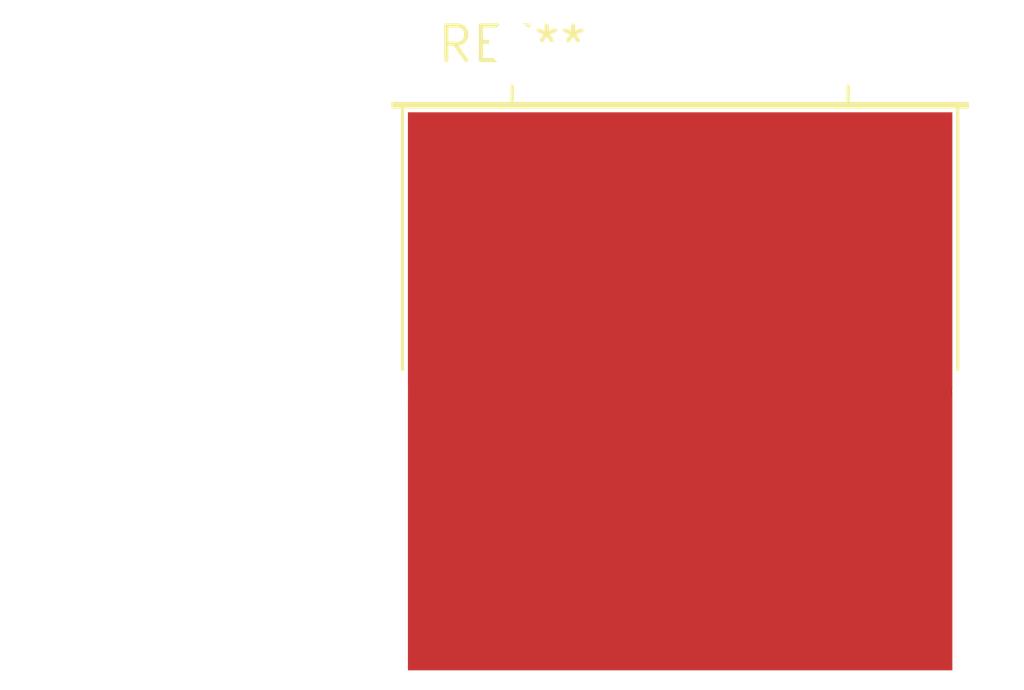
<source format=kicad_pcb>
(kicad_pcb (version 20240108) (generator pcbnew)
  (layers (0 "F.Cu" signal) (31 "B.Cu" signal) (34 "B.Paste" user) (35 "F.Paste" user) (36 "B.SilkS" user "B.Silkscreen") (37 "F.SilkS" user "F.Silkscreen") (38 "B.Mask" user) (39 "F.Mask" user) (44 "Edge.Cuts" user))
  (net 0 "")
  (footprint "Crystal_HC33-U_Horizontal_1EP_style2" (layer "F.Cu") (at 0 0)
    (property "Reference" "REF**")
    (property "Value" "Crystal_HC33-U_Horizontal_1EP_style2")
    (fp_line (start -4.38 2.18) (end 16.72 2.18) (layer "F.SilkS") (stroke (width 0.12)))
    (fp_line (start -4.38 2.3) (end -4.38 2.18) (layer "F.SilkS") (stroke (width 0.12)))
    (fp_line (start -4.03 2.3) (end 16.37 2.3) (layer "F.SilkS") (stroke (width 0.12)))
    (fp_line (start -4.03 11.95) (end -4.03 2.3) (layer "F.SilkS") (stroke (width 0.12)))
    (fp_line (start 0 1.55) (end 0 1.55) (layer "F.SilkS") (stroke (width 0.12)))
    (fp_line (start 0 2.3) (end 0 1.55) (layer "F.SilkS") (stroke (width 0.12)))
    (fp_line (start 12.34 1.55) (end 12.34 1.55) (layer "F.SilkS") (stroke (width 0.12)))
    (fp_line (start 12.34 2.3) (end 12.34 1.55) (layer "F.SilkS") (stroke (width 0.12)))
    (fp_line (start 16.37 2.3) (end 16.37 11.95) (layer "F.SilkS") (stroke (width 0.12)))
    (fp_line (start 16.72 2.18) (end 16.72 2.3) (layer "F.SilkS") (stroke (width 0.12)))
    (fp_line (start 16.72 2.3) (end -4.38 2.3) (layer "F.SilkS") (stroke (width 0.12)))
    (pad "1" thru_hole circle (at 0 0) (size 2.7 2.7) (drill 1.7) (layers *.Cu *.Mask) (remove_unused_layers))
    (pad "2" thru_hole circle (at 12.34 0) (size 2.7 2.7) (drill 1.7) (layers *.Cu *.Mask) (remove_unused_layers))
    (pad "3" thru_hole rect (at -4.23 12.75) (size 1.2 1.2) (drill 0.8) (layers *.Cu *.Mask) (remove_unused_layers))
    (pad "3" smd rect (at 6.17 12.75) (size 20 20.5) (layers "F.Cu" "F.Paste" "F.Mask"))
    (pad "3" thru_hole rect (at 16.57 12.75) (size 1.2 1.2) (drill 0.8) (layers *.Cu *.Mask) (remove_unused_layers))
  )
)
</source>
